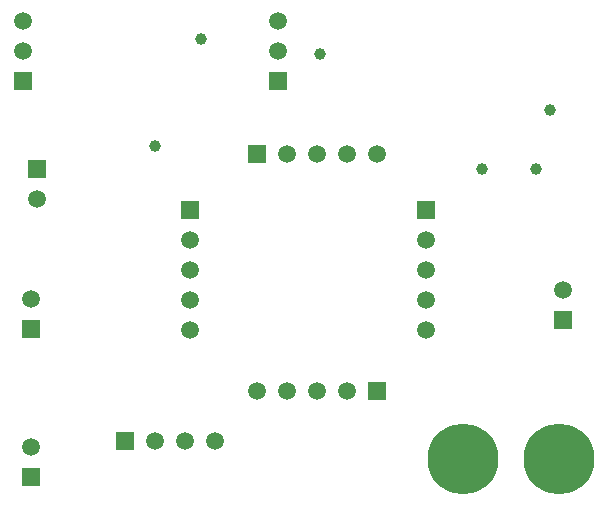
<source format=gbr>
%FSTAX25Y25*%
%MOMM*%
%SFA1B1*%

%IPPOS*%
%ADD32C,5.999988*%
%ADD33R,1.499997X1.499997*%
%ADD34C,1.499997*%
%ADD35R,1.499997X1.499997*%
%ADD36C,0.999998*%
%LNdevboard_soldermask_bot-1*%
%LPD*%
G54D32*
X4009712Y0349999D03*
X4819997D03*
G54D33*
X4855001Y1526001D03*
X0399999Y2799999D03*
X2444503Y3544999D03*
X0349999Y1449999D03*
Y0195999D03*
X0286999Y3544999D03*
X1699999Y2457998D03*
X3699997D03*
G54D34*
X4855001Y1780001D03*
X1907999Y0499999D03*
X1653999D03*
X1399999D03*
X0399999Y2545999D03*
X2444503Y3798999D03*
Y4052999D03*
X0349999Y1703999D03*
Y0449999D03*
X0286999Y3798999D03*
Y4052999D03*
X3284697Y2925297D03*
X3030697D03*
X2776697D03*
X2522697D03*
X1699999Y1441998D03*
Y1695998D03*
Y1949998D03*
Y2203998D03*
X3699997Y1441998D03*
Y1695998D03*
Y1949998D03*
Y2203998D03*
X2268697Y0925299D03*
X2522697D03*
X2776697D03*
X3030697D03*
G54D35*
X1145999Y0499999D03*
X2268697Y2925297D03*
X3284697Y0925299D03*
G54D36*
X4744999Y3299998D03*
X4627501Y2799999D03*
X1399999Y2999999D03*
X4169707Y2799999D03*
X2794797Y3773248D03*
X1794995Y3899999D03*
M02*
</source>
